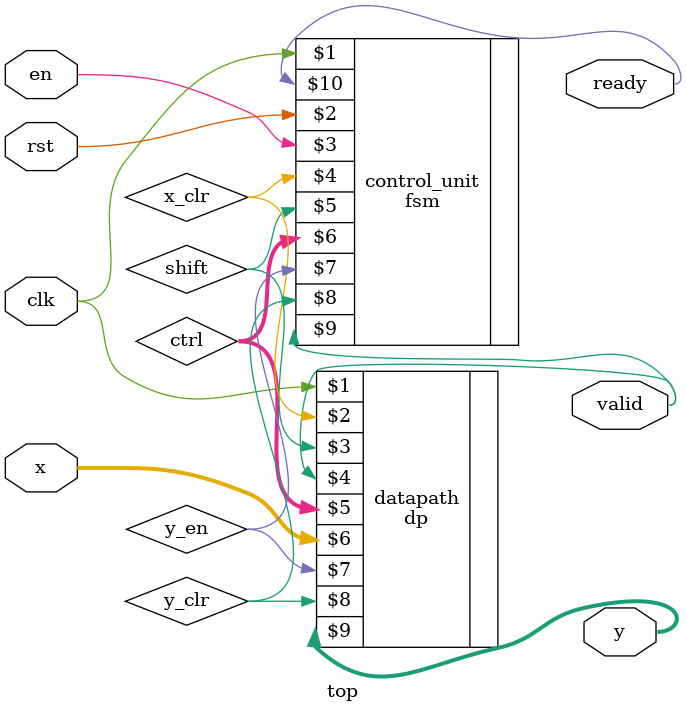
<source format=v>
`timescale 1ns / 1ps

module top(
    input clk, rst,
    input en,
    input [7:0] x,    

    output [7:0] y,
    output valid,
	output ready
);
 
wire x_clr, shift;
wire [1:0] ctrl;
wire y_en, y_clr;
    
dp datapath(clk, x_clr, shift, valid, ctrl, x, y_en, y_clr, y);
fsm control_unit(clk, rst, en, x_clr, shift, ctrl, y_en, y_clr, valid, ready);    

endmodule



</source>
